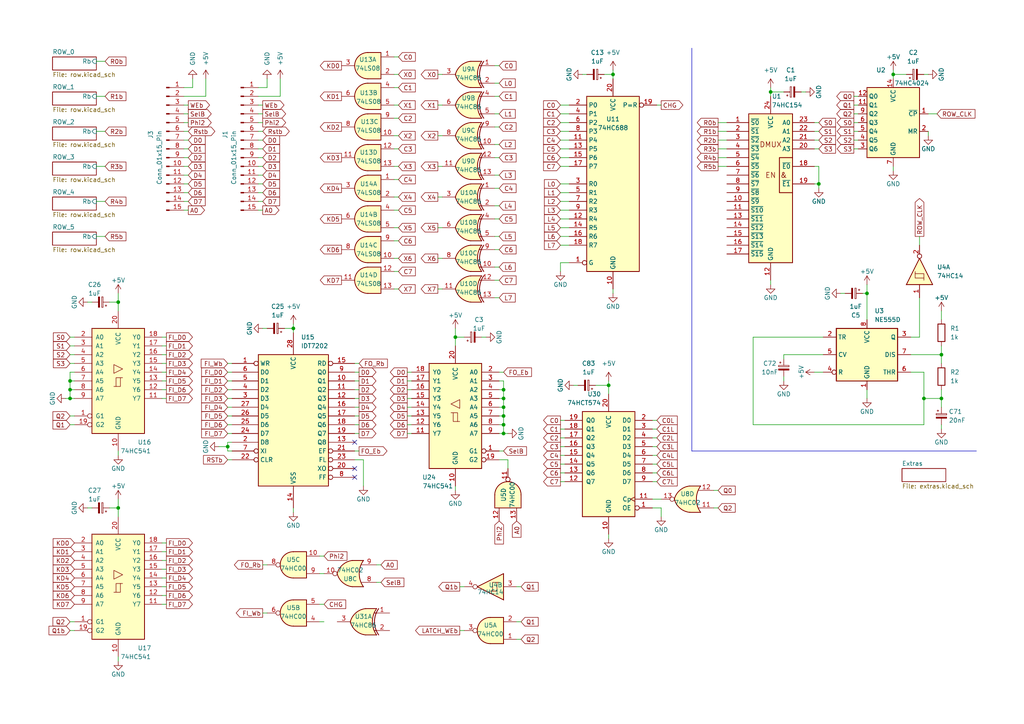
<source format=kicad_sch>
(kicad_sch (version 20231120) (generator "eeschema") (generator_version "8.0")
  (paper "A4")
  (junction (at 223.52 26.67))
  (junction (at 20.32 113.03))
  (junction (at 273.05 102.87))
  (junction (at 85.09 95.25))
  (junction (at 237.49 53.34))
  (junction (at 273.05 115.57))
  (junction (at 146.05 113.03))
  (junction (at 132.08 97.79))
  (junction (at 267.97 115.57))
  (junction (at 176.53 111.76))
  (junction (at 20.32 115.57))
  (junction (at 177.8 21.59))
  (junction (at 34.29 87.63))
  (junction (at 146.05 118.11))
  (junction (at 146.05 120.65))
  (junction (at 20.32 110.49))
  (junction (at 146.05 115.57))
  (junction (at 146.05 123.19))
  (junction (at 259.08 21.59))
  (junction (at 146.05 125.73))
  (junction (at 34.29 147.32))
  (junction (at 66.04 129.54))
  (junction (at 251.46 85.09))
  (no_connect (at 102.87 135.89))
  (no_connect (at 102.87 138.43))
  (no_connect (at 102.87 128.27))
  (wire (pts (xy 31.75 87.63) (xy 34.29 87.63)))
  (wire (pts (xy 66.04 110.49) (xy 67.31 110.49)))
  (wire (pts (xy 190.5 127) (xy 189.23 127)))
  (wire (pts (xy 118.11 110.49) (xy 119.38 110.49)))
  (wire (pts (xy 144.78 33.02) (xy 143.51 33.02)))
  (wire (pts (xy 76.2 40.64) (xy 74.93 40.64)))
  (wire (pts (xy 251.46 115.57) (xy 251.46 113.03)))
  (wire (pts (xy 66.04 113.03) (xy 67.31 113.03)))
  (wire (pts (xy 146.05 113.03) (xy 144.78 113.03)))
  (wire (pts (xy 115.57 66.04) (xy 114.3 66.04)))
  (wire (pts (xy 76.2 35.56) (xy 74.93 35.56)))
  (wire (pts (xy 162.56 48.26) (xy 165.1 48.26)))
  (wire (pts (xy 76.2 95.25) (xy 77.47 95.25)))
  (wire (pts (xy 147.32 133.35) (xy 144.78 133.35)))
  (wire (pts (xy 162.56 58.42) (xy 165.1 58.42)))
  (wire (pts (xy 54.61 58.42) (xy 53.34 58.42)))
  (wire (pts (xy 151.13 180.34) (xy 149.86 180.34)))
  (wire (pts (xy 102.87 133.35) (xy 105.41 133.35)))
  (wire (pts (xy 146.05 110.49) (xy 146.05 113.03)))
  (wire (pts (xy 273.05 90.17) (xy 273.05 92.71)))
  (wire (pts (xy 105.41 133.35) (xy 105.41 140.97)))
  (wire (pts (xy 127 21.59) (xy 128.27 21.59)))
  (wire (pts (xy 104.14 118.11) (xy 102.87 118.11)))
  (wire (pts (xy 53.34 27.94) (xy 59.69 27.94)))
  (wire (pts (xy 66.04 105.41) (xy 67.31 105.41)))
  (wire (pts (xy 74.93 27.94) (xy 81.28 27.94)))
  (wire (pts (xy 266.7 68.58) (xy 266.7 71.12)))
  (wire (pts (xy 25.4 87.63) (xy 26.67 87.63)))
  (wire (pts (xy 259.08 21.59) (xy 259.08 22.86)))
  (wire (pts (xy 104.14 125.73) (xy 102.87 125.73)))
  (wire (pts (xy 54.61 45.72) (xy 53.34 45.72)))
  (wire (pts (xy 76.2 43.18) (xy 74.93 43.18)))
  (wire (pts (xy 162.56 124.46) (xy 163.83 124.46)))
  (wire (pts (xy 76.2 55.88) (xy 74.93 55.88)))
  (wire (pts (xy 66.04 133.35) (xy 67.31 133.35)))
  (wire (pts (xy 104.14 113.03) (xy 102.87 113.03)))
  (wire (pts (xy 21.59 115.57) (xy 20.32 115.57)))
  (wire (pts (xy 144.78 41.91) (xy 143.51 41.91)))
  (wire (pts (xy 132.08 95.25) (xy 132.08 97.79)))
  (wire (pts (xy 208.28 45.72) (xy 210.82 45.72)))
  (wire (pts (xy 191.77 144.78) (xy 189.23 144.78)))
  (wire (pts (xy 115.57 57.15) (xy 114.3 57.15)))
  (wire (pts (xy 132.08 97.79) (xy 132.08 100.33)))
  (wire (pts (xy 55.88 22.86) (xy 55.88 25.4)))
  (wire (pts (xy 27.94 27.94) (xy 30.48 27.94)))
  (wire (pts (xy 162.56 43.18) (xy 165.1 43.18)))
  (wire (pts (xy 208.28 147.32) (xy 207.01 147.32)))
  (wire (pts (xy 190.5 132.08) (xy 189.23 132.08)))
  (wire (pts (xy 48.26 172.72) (xy 46.99 172.72)))
  (wire (pts (xy 147.32 135.89) (xy 147.32 133.35)))
  (wire (pts (xy 237.49 43.18) (xy 236.22 43.18)))
  (wire (pts (xy 115.57 21.59) (xy 114.3 21.59)))
  (wire (pts (xy 146.05 125.73) (xy 147.32 125.73)))
  (wire (pts (xy 273.05 100.33) (xy 273.05 102.87)))
  (wire (pts (xy 127 74.93) (xy 128.27 74.93)))
  (wire (pts (xy 118.11 123.19) (xy 119.38 123.19)))
  (wire (pts (xy 20.32 102.87) (xy 21.59 102.87)))
  (wire (pts (xy 115.57 34.29) (xy 114.3 34.29)))
  (wire (pts (xy 66.04 123.19) (xy 67.31 123.19)))
  (wire (pts (xy 227.33 110.49) (xy 227.33 109.22)))
  (wire (pts (xy 146.05 110.49) (xy 144.78 110.49)))
  (wire (pts (xy 115.57 39.37) (xy 114.3 39.37)))
  (wire (pts (xy 34.29 132.08) (xy 34.29 130.81)))
  (wire (pts (xy 20.32 180.34) (xy 21.59 180.34)))
  (wire (pts (xy 237.49 35.56) (xy 236.22 35.56)))
  (wire (pts (xy 115.57 83.82) (xy 114.3 83.82)))
  (wire (pts (xy 34.29 144.78) (xy 34.29 147.32)))
  (wire (pts (xy 162.56 40.64) (xy 165.1 40.64)))
  (wire (pts (xy 104.14 107.95) (xy 102.87 107.95)))
  (wire (pts (xy 223.52 26.67) (xy 223.52 27.94)))
  (wire (pts (xy 247.65 43.18) (xy 248.92 43.18)))
  (wire (pts (xy 20.32 110.49) (xy 20.32 113.03)))
  (wire (pts (xy 67.31 130.81) (xy 66.04 130.81)))
  (wire (pts (xy 127 39.37) (xy 128.27 39.37)))
  (wire (pts (xy 162.56 45.72) (xy 165.1 45.72)))
  (wire (pts (xy 162.56 76.2) (xy 162.56 78.74)))
  (wire (pts (xy 118.11 115.57) (xy 119.38 115.57)))
  (wire (pts (xy 267.97 123.19) (xy 267.97 115.57)))
  (wire (pts (xy 191.77 149.86) (xy 191.77 147.32)))
  (wire (pts (xy 20.32 97.79) (xy 21.59 97.79)))
  (wire (pts (xy 93.98 166.37) (xy 92.71 166.37)))
  (wire (pts (xy 66.04 129.54) (xy 66.04 128.27)))
  (wire (pts (xy 48.26 113.03) (xy 46.99 113.03)))
  (wire (pts (xy 48.26 167.64) (xy 46.99 167.64)))
  (wire (pts (xy 162.56 121.92) (xy 163.83 121.92)))
  (wire (pts (xy 146.05 130.81) (xy 144.78 130.81)))
  (wire (pts (xy 76.2 50.8) (xy 74.93 50.8)))
  (wire (pts (xy 59.69 22.86) (xy 59.69 27.94)))
  (wire (pts (xy 48.26 165.1) (xy 46.99 165.1)))
  (wire (pts (xy 127 83.82) (xy 128.27 83.82)))
  (wire (pts (xy 102.87 130.81) (xy 104.14 130.81)))
  (wire (pts (xy 54.61 43.18) (xy 53.34 43.18)))
  (wire (pts (xy 48.26 102.87) (xy 46.99 102.87)))
  (wire (pts (xy 162.56 127) (xy 163.83 127)))
  (wire (pts (xy 237.49 38.1) (xy 236.22 38.1)))
  (wire (pts (xy 223.52 25.4) (xy 223.52 26.67)))
  (wire (pts (xy 146.05 120.65) (xy 144.78 120.65)))
  (wire (pts (xy 76.2 58.42) (xy 74.93 58.42)))
  (wire (pts (xy 251.46 85.09) (xy 251.46 92.71)))
  (wire (pts (xy 162.56 66.04) (xy 165.1 66.04)))
  (wire (pts (xy 162.56 134.62) (xy 163.83 134.62)))
  (wire (pts (xy 27.94 68.58) (xy 30.48 68.58)))
  (wire (pts (xy 34.29 147.32) (xy 34.29 149.86)))
  (wire (pts (xy 144.78 54.61) (xy 143.51 54.61)))
  (wire (pts (xy 144.78 27.94) (xy 143.51 27.94)))
  (wire (pts (xy 247.65 35.56) (xy 248.92 35.56)))
  (wire (pts (xy 66.04 107.95) (xy 67.31 107.95)))
  (wire (pts (xy 162.56 35.56) (xy 165.1 35.56)))
  (wire (pts (xy 162.56 129.54) (xy 163.83 129.54)))
  (wire (pts (xy 104.14 120.65) (xy 102.87 120.65)))
  (wire (pts (xy 118.11 125.73) (xy 119.38 125.73)))
  (wire (pts (xy 85.09 93.98) (xy 85.09 95.25)))
  (wire (pts (xy 177.8 20.32) (xy 177.8 21.59)))
  (wire (pts (xy 27.94 48.26) (xy 30.48 48.26)))
  (wire (pts (xy 48.26 162.56) (xy 46.99 162.56)))
  (wire (pts (xy 34.29 191.77) (xy 34.29 190.5)))
  (polyline (pts (xy 200.66 13.97) (xy 200.66 130.81)))
  (wire (pts (xy 66.04 129.54) (xy 63.5 129.54)))
  (wire (pts (xy 162.56 63.5) (xy 165.1 63.5)))
  (wire (pts (xy 67.31 128.27) (xy 66.04 128.27)))
  (wire (pts (xy 208.28 43.18) (xy 210.82 43.18)))
  (wire (pts (xy 144.78 68.58) (xy 143.51 68.58)))
  (wire (pts (xy 175.26 21.59) (xy 177.8 21.59)))
  (wire (pts (xy 264.16 97.79) (xy 266.7 97.79)))
  (wire (pts (xy 162.56 68.58) (xy 165.1 68.58)))
  (wire (pts (xy 76.2 48.26) (xy 74.93 48.26)))
  (wire (pts (xy 162.56 71.12) (xy 165.1 71.12)))
  (wire (pts (xy 54.61 48.26) (xy 53.34 48.26)))
  (wire (pts (xy 248.92 33.02) (xy 247.65 33.02)))
  (wire (pts (xy 177.8 21.59) (xy 177.8 22.86)))
  (wire (pts (xy 48.26 97.79) (xy 46.99 97.79)))
  (wire (pts (xy 76.2 30.48) (xy 74.93 30.48)))
  (wire (pts (xy 162.56 30.48) (xy 165.1 30.48)))
  (wire (pts (xy 146.05 115.57) (xy 144.78 115.57)))
  (wire (pts (xy 21.59 113.03) (xy 20.32 113.03)))
  (wire (pts (xy 115.57 69.85) (xy 114.3 69.85)))
  (wire (pts (xy 66.04 120.65) (xy 67.31 120.65)))
  (wire (pts (xy 177.8 85.09) (xy 177.8 83.82)))
  (wire (pts (xy 133.35 182.88) (xy 134.62 182.88)))
  (wire (pts (xy 273.05 124.46) (xy 273.05 123.19)))
  (wire (pts (xy 115.57 43.18) (xy 114.3 43.18)))
  (wire (pts (xy 115.57 78.74) (xy 114.3 78.74)))
  (wire (pts (xy 54.61 60.96) (xy 53.34 60.96)))
  (wire (pts (xy 144.78 19.05) (xy 143.51 19.05)))
  (wire (pts (xy 20.32 182.88) (xy 21.59 182.88)))
  (wire (pts (xy 273.05 105.41) (xy 273.05 102.87)))
  (wire (pts (xy 77.47 22.86) (xy 77.47 25.4)))
  (wire (pts (xy 76.2 33.02) (xy 74.93 33.02)))
  (wire (pts (xy 236.22 107.95) (xy 238.76 107.95)))
  (wire (pts (xy 227.33 102.87) (xy 238.76 102.87)))
  (wire (pts (xy 20.32 115.57) (xy 19.05 115.57)))
  (wire (pts (xy 266.7 86.36) (xy 266.7 97.79)))
  (wire (pts (xy 54.61 50.8) (xy 53.34 50.8)))
  (wire (pts (xy 144.78 86.36) (xy 143.51 86.36)))
  (wire (pts (xy 237.49 48.26) (xy 237.49 53.34)))
  (wire (pts (xy 34.29 85.09) (xy 34.29 87.63)))
  (wire (pts (xy 144.78 24.13) (xy 143.51 24.13)))
  (wire (pts (xy 237.49 53.34) (xy 236.22 53.34)))
  (wire (pts (xy 54.61 38.1) (xy 53.34 38.1)))
  (wire (pts (xy 115.57 30.48) (xy 114.3 30.48)))
  (wire (pts (xy 251.46 82.55) (xy 251.46 85.09)))
  (wire (pts (xy 208.28 35.56) (xy 210.82 35.56)))
  (wire (pts (xy 54.61 30.48) (xy 53.34 30.48)))
  (wire (pts (xy 27.94 38.1) (xy 30.48 38.1)))
  (wire (pts (xy 66.04 125.73) (xy 67.31 125.73)))
  (wire (pts (xy 74.93 25.4) (xy 77.47 25.4)))
  (wire (pts (xy 48.26 110.49) (xy 46.99 110.49)))
  (wire (pts (xy 115.57 52.07) (xy 114.3 52.07)))
  (wire (pts (xy 115.57 25.4) (xy 114.3 25.4)))
  (wire (pts (xy 76.2 45.72) (xy 74.93 45.72)))
  (wire (pts (xy 127 48.26) (xy 128.27 48.26)))
  (wire (pts (xy 176.53 156.21) (xy 176.53 154.94)))
  (wire (pts (xy 191.77 30.48) (xy 190.5 30.48)))
  (wire (pts (xy 247.65 38.1) (xy 248.92 38.1)))
  (wire (pts (xy 93.98 161.29) (xy 92.71 161.29)))
  (wire (pts (xy 27.94 17.78) (xy 30.48 17.78)))
  (wire (pts (xy 104.14 110.49) (xy 102.87 110.49)))
  (wire (pts (xy 20.32 107.95) (xy 20.32 110.49)))
  (wire (pts (xy 190.5 124.46) (xy 189.23 124.46)))
  (wire (pts (xy 76.2 38.1) (xy 74.93 38.1)))
  (wire (pts (xy 134.62 97.79) (xy 132.08 97.79)))
  (wire (pts (xy 53.34 25.4) (xy 55.88 25.4)))
  (wire (pts (xy 227.33 102.87) (xy 227.33 104.14)))
  (wire (pts (xy 54.61 35.56) (xy 53.34 35.56)))
  (wire (pts (xy 127 57.15) (xy 128.27 57.15)))
  (wire (pts (xy 264.16 107.95) (xy 267.97 107.95)))
  (wire (pts (xy 162.56 53.34) (xy 165.1 53.34)))
  (wire (pts (xy 190.5 129.54) (xy 189.23 129.54)))
  (wire (pts (xy 25.4 147.32) (xy 26.67 147.32)))
  (wire (pts (xy 269.24 21.59) (xy 267.97 21.59)))
  (wire (pts (xy 21.59 110.49) (xy 20.32 110.49)))
  (wire (pts (xy 233.68 26.67) (xy 232.41 26.67)))
  (wire (pts (xy 168.91 21.59) (xy 170.18 21.59)))
  (wire (pts (xy 162.56 132.08) (xy 163.83 132.08)))
  (wire (pts (xy 76.2 53.34) (xy 74.93 53.34)))
  (wire (pts (xy 250.19 85.09) (xy 251.46 85.09)))
  (wire (pts (xy 162.56 38.1) (xy 165.1 38.1)))
  (wire (pts (xy 48.26 105.41) (xy 46.99 105.41)))
  (wire (pts (xy 54.61 53.34) (xy 53.34 53.34)))
  (wire (pts (xy 20.32 100.33) (xy 21.59 100.33)))
  (wire (pts (xy 176.53 110.49) (xy 176.53 111.76)))
  (wire (pts (xy 208.28 40.64) (xy 210.82 40.64)))
  (wire (pts (xy 76.2 163.83) (xy 77.47 163.83)))
  (wire (pts (xy 237.49 48.26) (xy 236.22 48.26)))
  (wire (pts (xy 48.26 115.57) (xy 46.99 115.57)))
  (wire (pts (xy 115.57 74.93) (xy 114.3 74.93)))
  (wire (pts (xy 66.04 118.11) (xy 67.31 118.11)))
  (wire (pts (xy 21.59 105.41) (xy 20.32 105.41)))
  (wire (pts (xy 144.78 63.5) (xy 143.51 63.5)))
  (wire (pts (xy 115.57 48.26) (xy 114.3 48.26)))
  (wire (pts (xy 133.35 170.18) (xy 134.62 170.18)))
  (wire (pts (xy 243.84 85.09) (xy 245.11 85.09)))
  (wire (pts (xy 48.26 175.26) (xy 46.99 175.26)))
  (wire (pts (xy 208.28 48.26) (xy 210.82 48.26)))
  (wire (pts (xy 118.11 113.03) (xy 119.38 113.03)))
  (wire (pts (xy 127 66.04) (xy 128.27 66.04)))
  (wire (pts (xy 115.57 16.51) (xy 114.3 16.51)))
  (wire (pts (xy 208.28 38.1) (xy 210.82 38.1)))
  (wire (pts (xy 146.05 113.03) (xy 146.05 115.57)))
  (wire (pts (xy 132.08 142.24) (xy 132.08 140.97)))
  (wire (pts (xy 146.05 123.19) (xy 144.78 123.19)))
  (wire (pts (xy 264.16 102.87) (xy 273.05 102.87)))
  (wire (pts (xy 259.08 49.53) (xy 259.08 48.26)))
  (wire (pts (xy 269.24 33.02) (xy 271.78 33.02)))
  (wire (pts (xy 146.05 115.57) (xy 146.05 118.11)))
  (polyline (pts (xy 200.66 130.81) (xy 283.21 130.81)))
  (wire (pts (xy 144.78 125.73) (xy 146.05 125.73)))
  (wire (pts (xy 144.78 72.39) (xy 143.51 72.39)))
  (wire (pts (xy 140.97 97.79) (xy 139.7 97.79)))
  (wire (pts (xy 20.32 123.19) (xy 21.59 123.19)))
  (wire (pts (xy 92.71 180.34) (xy 93.98 180.34)))
  (wire (pts (xy 262.89 21.59) (xy 259.08 21.59)))
  (wire (pts (xy 223.52 82.55) (xy 223.52 81.28)))
  (wire (pts (xy 162.56 60.96) (xy 165.1 60.96)))
  (wire (pts (xy 146.05 107.95) (xy 144.78 107.95)))
  (wire (pts (xy 144.78 59.69) (xy 143.51 59.69)))
  (wire (pts (xy 162.56 139.7) (xy 163.83 139.7)))
  (wire (pts (xy 110.49 163.83) (xy 109.22 163.83)))
  (wire (pts (xy 208.28 142.24) (xy 207.01 142.24)))
  (wire (pts (xy 66.04 115.57) (xy 67.31 115.57)))
  (wire (pts (xy 144.78 81.28) (xy 143.51 81.28)))
  (wire (pts (xy 127 30.48) (xy 128.27 30.48)))
  (wire (pts (xy 162.56 55.88) (xy 165.1 55.88)))
  (wire (pts (xy 54.61 40.64) (xy 53.34 40.64)))
  (wire (pts (xy 223.52 26.67) (xy 227.33 26.67)))
  (wire (pts (xy 190.5 121.92) (xy 189.23 121.92)))
  (wire (pts (xy 76.2 177.8) (xy 77.47 177.8)))
  (wire (pts (xy 218.44 123.19) (xy 267.97 123.19)))
  (wire (pts (xy 162.56 76.2) (xy 165.1 76.2)))
  (wire (pts (xy 54.61 55.88) (xy 53.34 55.88)))
  (wire (pts (xy 162.56 137.16) (xy 163.83 137.16)))
  (wire (pts (xy 81.28 22.86) (xy 81.28 27.94)))
  (wire (pts (xy 146.05 120.65) (xy 146.05 123.19)))
  (wire (pts (xy 151.13 170.18) (xy 149.86 170.18)))
  (wire (pts (xy 48.26 157.48) (xy 46.99 157.48)))
  (wire (pts (xy 237.49 40.64) (xy 236.22 40.64)))
  (wire (pts (xy 104.14 105.41) (xy 102.87 105.41)))
  (wire (pts (xy 118.11 118.11) (xy 119.38 118.11)))
  (wire (pts (xy 27.94 58.42) (xy 30.48 58.42)))
  (wire (pts (xy 31.75 147.32) (xy 34.29 147.32)))
  (wire (pts (xy 162.56 33.02) (xy 165.1 33.02)))
  (wire (pts (xy 218.44 97.79) (xy 218.44 123.19)))
  (wire (pts (xy 54.61 33.02) (xy 53.34 33.02)))
  (wire (pts (xy 146.05 118.11) (xy 146.05 120.65)))
  (wire (pts (xy 259.08 20.32) (xy 259.08 21.59)))
  (wire (pts (xy 146.05 123.19) (xy 146.05 125.73)))
  (wire (pts (xy 190.5 137.16) (xy 189.23 137.16)))
  (wire (pts (xy 191.77 147.32) (xy 189.23 147.32)))
  (wire (pts (xy 146.05 118.11) (xy 144.78 118.11)))
  (wire (pts (xy 166.37 111.76) (xy 167.64 111.76)))
  (wire (pts (xy 104.14 123.19) (xy 102.87 123.19)))
  (wire (pts (xy 82.55 95.25) (xy 85.09 95.25)))
  (wire (pts (xy 20.32 120.65) (xy 21.59 120.65)))
  (wire (pts (xy 104.14 115.57) (xy 102.87 115.57)))
  (wire (pts (xy 176.53 111.76) (xy 172.72 111.76)))
  (wire (pts (xy 247.65 30.48) (xy 248.92 30.48)))
  (wire (pts (xy 66.04 130.81) (xy 66.04 129.54)))
  (wire (pts (xy 110.49 168.91) (xy 109.22 168.91)))
  (wire (pts (xy 76.2 60.96) (xy 74.93 60.96)))
  (wire (pts (xy 267.97 107.95) (xy 267.97 115.57)))
  (wire (pts (xy 21.59 107.95) (xy 20.32 107.95)))
  (wire (pts (xy 118.11 107.95) (xy 119.38 107.95)))
  (wire (pts (xy 144.78 45.72) (xy 143.51 45.72)))
  (wire (pts (xy 247.65 27.94) (xy 248.92 27.94)))
  (wire (pts (xy 48.26 107.95) (xy 46.99 107.95)))
  (wire (pts (xy 85.09 95.25) (xy 85.09 96.52)))
  (wire (pts (xy 218.44 97.79) (xy 238.76 97.79)))
  (wire (pts (xy 48.26 160.02) (xy 46.99 160.02)))
  (wire (pts (xy 267.97 115.57) (xy 273.05 115.57)))
  (wire (pts (xy 144.78 36.83) (xy 143.51 36.83)))
  (wire (pts (xy 93.98 175.26) (xy 92.71 175.26)))
  (wire (pts (xy 190.5 139.7) (xy 189.23 139.7)))
  (wire (pts (xy 144.78 77.47) (xy 143.51 77.47)))
  (wire (pts (xy 20.32 113.03) (xy 20.32 115.57)))
  (wire (pts (xy 273.05 113.03) (xy 273.05 115.57)))
  (wire (pts (xy 269.24 38.1) (xy 269.24 39.37)))
  (wire (pts (xy 48.26 170.18) (xy 46.99 170.18)))
  (wire (pts (xy 115.57 60.96) (xy 114.3 60.96)))
  (wire (pts (xy 190.5 134.62) (xy 189.23 134.62)))
  (wire (pts (xy 85.09 148.59) (xy 85.09 147.32)))
  (wire (pts (xy 273.05 118.11) (xy 273.05 115.57)))
  (wire (pts (xy 237.49 54.61) (xy 237.49 53.34)))
  (wire (pts (xy 34.29 87.63) (xy 34.29 90.17)))
  (wire (pts (xy 118.11 120.65) (xy 119.38 120.65)))
  (wire (pts (xy 144.78 50.8) (xy 143.51 50.8)))
  (wire (pts (xy 48.26 100.33) (xy 46.99 100.33)))
  (wire (pts (xy 151.13 185.42) (xy 149.86 185.42)))
  (wire (pts (xy 247.65 40.64) (xy 248.92 40.64)))
  (wire (pts (xy 176.53 111.76) (xy 176.53 114.3)))
  (global_label "D3" (shape output) (at 104.14 115.57 0) (property "Intersheetrefs" "${INTERSHEET_REFS}" (effects (hide yes))))
  (global_label "D5" (shape input) (at 54.61 53.34 0) (property "Intersheetrefs" "${INTERSHEET_REFS}" (effects (hide yes))))
  (global_label "A0" (shape input) (at 110.49 163.83 0) (property "Intersheetrefs" "${INTERSHEET_REFS}" (effects (hide yes))))
  (global_label "KD1" (shape output) (at 99.06 27.94 180) (property "Intersheetrefs" "${INTERSHEET_REFS}" (effects (hide yes))))
  (global_label "ROW_CLK" (shape input) (at 271.78 33.02 0) (property "Intersheetrefs" "${INTERSHEET_REFS}" (effects (hide yes))))
  (global_label "WEb" (shape output) (at 54.61 30.48 0) (property "Intersheetrefs" "${INTERSHEET_REFS}" (effects (hide yes))))
  (global_label "KD0" (shape input) (at 21.59 157.48 180) (property "Intersheetrefs" "${INTERSHEET_REFS}" (effects (hide yes))))
  (global_label "FI_Wb" (shape input) (at 66.04 105.41 180) (property "Intersheetrefs" "${INTERSHEET_REFS}" (effects (hide yes))))
  (global_label "R5b" (shape output) (at 208.28 48.26 180) (property "Intersheetrefs" "${INTERSHEET_REFS}" (effects (hide yes))))
  (global_label "R4b" (shape input) (at 30.48 58.42 0) (property "Intersheetrefs" "${INTERSHEET_REFS}" (effects (hide yes))))
  (global_label "SelB" (shape input) (at 110.49 168.91 0) (property "Intersheetrefs" "${INTERSHEET_REFS}" (effects (hide yes))))
  (global_label "C5" (shape output) (at 162.56 134.62 180) (property "Intersheetrefs" "${INTERSHEET_REFS}" (effects (hide yes))))
  (global_label "C5" (shape input) (at 162.56 43.18 180) (property "Intersheetrefs" "${INTERSHEET_REFS}" (effects (hide yes))))
  (global_label "X3" (shape input) (at 115.57 48.26 0) (property "Intersheetrefs" "${INTERSHEET_REFS}" (effects (hide yes))))
  (global_label "X4" (shape output) (at 127 57.15 180) (property "Intersheetrefs" "${INTERSHEET_REFS}" (effects (hide yes))))
  (global_label "C4L" (shape input) (at 190.5 132.08 0) (property "Intersheetrefs" "${INTERSHEET_REFS}" (effects (hide yes))))
  (global_label "FI_D1" (shape output) (at 48.26 160.02 0) (property "Intersheetrefs" "${INTERSHEET_REFS}" (effects (hide yes))))
  (global_label "SelB" (shape input) (at 146.05 130.81 0) (property "Intersheetrefs" "${INTERSHEET_REFS}" (effects (hide yes))))
  (global_label "FI_D4" (shape output) (at 48.26 167.64 0) (property "Intersheetrefs" "${INTERSHEET_REFS}" (effects (hide yes))))
  (global_label "D3" (shape input) (at 76.2 48.26 0) (property "Intersheetrefs" "${INTERSHEET_REFS}" (effects (hide yes))))
  (global_label "L5" (shape input) (at 144.78 68.58 0) (property "Intersheetrefs" "${INTERSHEET_REFS}" (effects (hide yes))))
  (global_label "FO_Eb" (shape input) (at 146.05 107.95 0) (property "Intersheetrefs" "${INTERSHEET_REFS}" (effects (hide yes))))
  (global_label "R2b" (shape input) (at 30.48 38.1 0) (property "Intersheetrefs" "${INTERSHEET_REFS}" (effects (hide yes))))
  (global_label "C1L" (shape input) (at 190.5 124.46 0) (property "Intersheetrefs" "${INTERSHEET_REFS}" (effects (hide yes))))
  (global_label "Q1" (shape input) (at 20.32 123.19 180) (property "Intersheetrefs" "${INTERSHEET_REFS}" (effects (hide yes))))
  (global_label "WEb" (shape output) (at 76.2 30.48 0) (property "Intersheetrefs" "${INTERSHEET_REFS}" (effects (hide yes))))
  (global_label "X5" (shape input) (at 115.57 66.04 0) (property "Intersheetrefs" "${INTERSHEET_REFS}" (effects (hide yes))))
  (global_label "C7" (shape input) (at 144.78 81.28 0) (property "Intersheetrefs" "${INTERSHEET_REFS}" (effects (hide yes))))
  (global_label "D1" (shape output) (at 118.11 110.49 180) (property "Intersheetrefs" "${INTERSHEET_REFS}" (effects (hide yes))))
  (global_label "R3b" (shape input) (at 30.48 48.26 0) (property "Intersheetrefs" "${INTERSHEET_REFS}" (effects (hide yes))))
  (global_label "D0" (shape input) (at 76.2 40.64 0) (property "Intersheetrefs" "${INTERSHEET_REFS}" (effects (hide yes))))
  (global_label "X6" (shape output) (at 127 74.93 180) (property "Intersheetrefs" "${INTERSHEET_REFS}" (effects (hide yes))))
  (global_label "KD0" (shape output) (at 99.06 19.05 180) (property "Intersheetrefs" "${INTERSHEET_REFS}" (effects (hide yes))))
  (global_label "CHG" (shape input) (at 93.98 175.26 0) (property "Intersheetrefs" "${INTERSHEET_REFS}" (effects (hide yes))))
  (global_label "L2" (shape input) (at 144.78 41.91 0) (property "Intersheetrefs" "${INTERSHEET_REFS}" (effects (hide yes))))
  (global_label "L3" (shape input) (at 144.78 50.8 0) (property "Intersheetrefs" "${INTERSHEET_REFS}" (effects (hide yes))))
  (global_label "A0" (shape input) (at 149.86 151.13 270) (property "Intersheetrefs" "${INTERSHEET_REFS}" (effects (hide yes))))
  (global_label "S1" (shape output) (at 247.65 38.1 180) (property "Intersheetrefs" "${INTERSHEET_REFS}" (effects (hide yes))))
  (global_label "C2" (shape input) (at 115.57 34.29 0) (property "Intersheetrefs" "${INTERSHEET_REFS}" (effects (hide yes))))
  (global_label "KD6" (shape input) (at 21.59 172.72 180) (property "Intersheetrefs" "${INTERSHEET_REFS}" (effects (hide yes))))
  (global_label "C7" (shape output) (at 162.56 139.7 180) (property "Intersheetrefs" "${INTERSHEET_REFS}" (effects (hide yes))))
  (global_label "Q1" (shape output) (at 247.65 30.48 180) (property "Intersheetrefs" "${INTERSHEET_REFS}" (effects (hide yes))))
  (global_label "R0b" (shape output) (at 208.28 35.56 180) (property "Intersheetrefs" "${INTERSHEET_REFS}" (effects (hide yes))))
  (global_label "FI_D3" (shape input) (at 66.04 115.57 180) (property "Intersheetrefs" "${INTERSHEET_REFS}" (effects (hide yes))))
  (global_label "L7" (shape input) (at 144.78 86.36 0) (property "Intersheetrefs" "${INTERSHEET_REFS}" (effects (hide yes))))
  (global_label "D2" (shape input) (at 54.61 45.72 0) (property "Intersheetrefs" "${INTERSHEET_REFS}" (effects (hide yes))))
  (global_label "D6" (shape output) (at 104.14 123.19 0) (property "Intersheetrefs" "${INTERSHEET_REFS}" (effects (hide yes))))
  (global_label "C5" (shape input) (at 144.78 63.5 0) (property "Intersheetrefs" "${INTERSHEET_REFS}" (effects (hide yes))))
  (global_label "FI_D6" (shape input) (at 66.04 123.19 180) (property "Intersheetrefs" "${INTERSHEET_REFS}" (effects (hide yes))))
  (global_label "L2" (shape input) (at 162.56 58.42 180) (property "Intersheetrefs" "${INTERSHEET_REFS}" (effects (hide yes))))
  (global_label "S3" (shape input) (at 237.49 43.18 0) (property "Intersheetrefs" "${INTERSHEET_REFS}" (effects (hide yes))))
  (global_label "C3" (shape input) (at 115.57 43.18 0) (property "Intersheetrefs" "${INTERSHEET_REFS}" (effects (hide yes))))
  (global_label "C3L" (shape input) (at 190.5 129.54 0) (property "Intersheetrefs" "${INTERSHEET_REFS}" (effects (hide yes))))
  (global_label "Phi2" (shape output) (at 54.61 35.56 0) (property "Intersheetrefs" "${INTERSHEET_REFS}" (effects (hide yes))))
  (global_label "L1" (shape input) (at 144.78 33.02 0) (property "Intersheetrefs" "${INTERSHEET_REFS}" (effects (hide yes))))
  (global_label "KD7" (shape output) (at 99.06 81.28 180) (property "Intersheetrefs" "${INTERSHEET_REFS}" (effects (hide yes))))
  (global_label "D6" (shape output) (at 118.11 123.19 180) (property "Intersheetrefs" "${INTERSHEET_REFS}" (effects (hide yes))))
  (global_label "S0" (shape output) (at 247.65 35.56 180) (property "Intersheetrefs" "${INTERSHEET_REFS}" (effects (hide yes))))
  (global_label "FI_D7" (shape output) (at 48.26 115.57 0) (property "Intersheetrefs" "${INTERSHEET_REFS}" (effects (hide yes))))
  (global_label "D5" (shape output) (at 118.11 120.65 180) (property "Intersheetrefs" "${INTERSHEET_REFS}" (effects (hide yes))))
  (global_label "C1" (shape output) (at 162.56 124.46 180) (property "Intersheetrefs" "${INTERSHEET_REFS}" (effects (hide yes))))
  (global_label "R2b" (shape output) (at 208.28 40.64 180) (property "Intersheetrefs" "${INTERSHEET_REFS}" (effects (hide yes))))
  (global_label "S3" (shape input) (at 20.32 105.41 180) (property "Intersheetrefs" "${INTERSHEET_REFS}" (effects (hide yes))))
  (global_label "C4" (shape input) (at 115.57 52.07 0) (property "Intersheetrefs" "${INTERSHEET_REFS}" (effects (hide yes))))
  (global_label "D1" (shape input) (at 76.2 43.18 0) (property "Intersheetrefs" "${INTERSHEET_REFS}" (effects (hide yes))))
  (global_label "X3" (shape output) (at 127 48.26 180) (property "Intersheetrefs" "${INTERSHEET_REFS}" (effects (hide yes))))
  (global_label "X1" (shape output) (at 127 30.48 180) (property "Intersheetrefs" "${INTERSHEET_REFS}" (effects (hide yes))))
  (global_label "D2" (shape output) (at 118.11 113.03 180) (property "Intersheetrefs" "${INTERSHEET_REFS}" (effects (hide yes))))
  (global_label "C6" (shape input) (at 144.78 72.39 0) (property "Intersheetrefs" "${INTERSHEET_REFS}" (effects (hide yes))))
  (global_label "C3" (shape input) (at 144.78 45.72 0) (property "Intersheetrefs" "${INTERSHEET_REFS}" (effects (hide yes))))
  (global_label "X4" (shape input) (at 115.57 57.15 0) (property "Intersheetrefs" "${INTERSHEET_REFS}" (effects (hide yes))))
  (global_label "C7L" (shape input) (at 190.5 139.7 0) (property "Intersheetrefs" "${INTERSHEET_REFS}" (effects (hide yes))))
  (global_label "D1" (shape output) (at 104.14 110.49 0) (property "Intersheetrefs" "${INTERSHEET_REFS}" (effects (hide yes))))
  (global_label "C2" (shape input) (at 144.78 36.83 0) (property "Intersheetrefs" "${INTERSHEET_REFS}" (effects (hide yes))))
  (global_label "Phi2" (shape input) (at 144.78 151.13 270) (property "Intersheetrefs" "${INTERSHEET_REFS}" (effects (hide yes))))
  (global_label "X0" (shape input) (at 115.57 21.59 0) (property "Intersheetrefs" "${INTERSHEET_REFS}" (effects (hide yes))))
  (global_label "D7" (shape input) (at 76.2 58.42 0) (property "Intersheetrefs" "${INTERSHEET_REFS}" (effects (hide yes))))
  (global_label "D4" (shape input) (at 54.61 50.8 0) (property "Intersheetrefs" "${INTERSHEET_REFS}" (effects (hide yes))))
  (global_label "FI_D3" (shape output) (at 48.26 105.41 0) (property "Intersheetrefs" "${INTERSHEET_REFS}" (effects (hide yes))))
  (global_label "X5" (shape output) (at 127 66.04 180) (property "Intersheetrefs" "${INTERSHEET_REFS}" (effects (hide yes))))
  (global_label "C1" (shape input) (at 115.57 25.4 0) (property "Intersheetrefs" "${INTERSHEET_REFS}" (effects (hide yes))))
  (global_label "FI_D5" (shape output) (at 48.26 110.49 0) (property "Intersheetrefs" "${INTERSHEET_REFS}" (effects (hide yes))))
  (global_label "C6" (shape output) (at 162.56 137.16 180) (property "Intersheetrefs" "${INTERSHEET_REFS}" (effects (hide yes))))
  (global_label "L0" (shape input) (at 162.56 53.34 180) (property "Intersheetrefs" "${INTERSHEET_REFS}" (effects (hide yes))))
  (global_label "FI_D5" (shape input) (at 66.04 120.65 180) (property "Intersheetrefs" "${INTERSHEET_REFS}" (effects (hide yes))))
  (global_label "FI_D1" (shape input) (at 66.04 110.49 180) (property "Intersheetrefs" "${INTERSHEET_REFS}" (effects (hide yes))))
  (global_label "KD6" (shape output) (at 99.06 72.39 180) (property "Intersheetrefs" "${INTERSHEET_REFS}" (effects (hide yes))))
  (global_label "Q0" (shape input) (at 208.28 142.24 0) (property "Intersheetrefs" "${INTERSHEET_REFS}" (effects (hide yes))))
  (global_label "Rstb" (shape bidirectional) (at 76.2 38.1 0) (property "Intersheetrefs" "${INTERSHEET_REFS}" (effects (hide yes))))
  (global_label "Q1" (shape input) (at 151.13 180.34 0) (property "Intersheetrefs" "${INTERSHEET_REFS}" (effects (hide yes))))
  (global_label "D6" (shape input) (at 54.61 55.88 0) (property "Intersheetrefs" "${INTERSHEET_REFS}" (effects (hide yes))))
  (global_label "S1" (shape input) (at 237.49 38.1 0) (property "Intersheetrefs" "${INTERSHEET_REFS}" (effects (hide yes))))
  (global_label "C4" (shape input) (at 162.56 40.64 180) (property "Intersheetrefs" "${INTERSHEET_REFS}" (effects (hide yes))))
  (global_label "C7" (shape input) (at 162.56 48.26 180) (property "Intersheetrefs" "${INTERSHEET_REFS}" (effects (hide yes))))
  (global_label "C2L" (shape input) (at 190.5 127 0) (property "Intersheetrefs" "${INTERSHEET_REFS}" (effects (hide yes))))
  (global_label "L4" (shape input) (at 162.56 63.5 180) (property "Intersheetrefs" "${INTERSHEET_REFS}" (effects (hide yes))))
  (global_label "L1" (shape input) (at 162.56 55.88 180) (property "Intersheetrefs" "${INTERSHEET_REFS}" (effects (hide yes))))
  (global_label "X6" (shape input) (at 115.57 74.93 0) (property "Intersheetrefs" "${INTERSHEET_REFS}" (effects (hide yes))))
  (global_label "RSTb" (shape input) (at 66.04 133.35 180) (property "Intersheetrefs" "${INTERSHEET_REFS}" (effects (hide yes))))
  (global_label "C6L" (shape input) (at 190.5 137.16 0) (property "Intersheetrefs" "${INTERSHEET_REFS}" (effects (hide yes))))
  (global_label "C4" (shape input) (at 144.78 54.61 0) (property "Intersheetrefs" "${INTERSHEET_REFS}" (effects (hide yes))))
  (global_label "D7" (shape output) (at 118.11 125.73 180) (property "Intersheetrefs" "${INTERSHEET_REFS}" (effects (hide yes))))
  (global_label "FI_D4" (shape output) (at 48.26 107.95 0) (property "Intersheetrefs" "${INTERSHEET_REFS}" (effects (hide yes))))
  (global_label "L3" (shape input) (at 162.56 60.96 180) (property "Intersheetrefs" "${INTERSHEET_REFS}" (effects (hide yes))))
  (global_label "R1b" (shape input) (at 30.48 27.94 0) (property "Intersheetrefs" "${INTERSHEET_REFS}" (effects (hide yes))))
  (global_label "Q0" (shape output) (at 247.65 27.94 180) (property "Intersheetrefs" "${INTERSHEET_REFS}" (effects (hide yes))))
  (global_label "S2" (shape input) (at 237.49 40.64 0) (property "Intersheetrefs" "${INTERSHEET_REFS}" (effects (hide yes))))
  (global_label "D0" (shape output) (at 118.11 107.95 180) (property "Intersheetrefs" "${INTERSHEET_REFS}" (effects (hide yes))))
  (global_label "FI_D7" (shape output) (at 48.26 175.26 0) (property "Intersheetrefs" "${INTERSHEET_REFS}" (effects (hide yes))))
  (global_label "KD2" (shape output) (at 99.06 36.83 180) (property "Intersheetrefs" "${INTERSHEET_REFS}" (effects (hide yes))))
  (global_label "Q2" (shape input) (at 20.32 180.34 180) (property "Intersheetrefs" "${INTERSHEET_REFS}" (effects (hide yes))))
  (global_label "Q1b" (shape output) (at 133.35 170.18 180) (property "Intersheetrefs" "${INTERSHEET_REFS}" (effects (hide yes))))
  (global_label "D4" (shape output) (at 104.14 118.11 0) (property "Intersheetrefs" "${INTERSHEET_REFS}" (effects (hide yes))))
  (global_label "L5" (shape input) (at 162.56 66.04 180) (property "Intersheetrefs" "${INTERSHEET_REFS}" (effects (hide yes))))
  (global_label "C3" (shape input) (at 162.56 38.1 180) (property "Intersheetrefs" "${INTERSHEET_REFS}" (effects (hide yes))))
  (global_label "KD4" (shape input) (at 21.59 167.64 180) (property "Intersheetrefs" "${INTERSHEET_REFS}" (effects (hide yes))))
  (global_label "L7" (shape input) (at 162.56 71.12 180) (property "Intersheetrefs" "${INTERSHEET_REFS}" (effects (hide yes))))
  (global_label "FO_Eb" (shape output) (at 104.14 130.81 0) (property "Intersheetrefs" "${INTERSHEET_REFS}" (effects (hide yes))))
  (global_label "D3" (shape input) (at 54.61 48.26 0) (property "Intersheetrefs" "${INTERSHEET_REFS}" (effects (hide yes))))
  (global_label "FI_D0" (shape output) (at 48.26 97.79 0) (property "Intersheetrefs" "${INTERSHEET_REFS}" (effects (hide yes))))
  (global_label "X7" (shape output) (at 127 83.82 180) (property "Intersheetrefs" "${INTERSHEET_REFS}" (effects (hide yes))))
  (global_label "LATCH_WEb" (shape output) (at 133.35 182.88 180) (property "Intersheetrefs" "${INTERSHEET_REFS}" (effects (hide yes))))
  (global_label "D1" (shape input) (at 54.61 43.18 0) (property "Intersheetrefs" "${INTERSHEET_REFS}" (effects (hide yes))))
  (global_label "L6" (shape input) (at 162.56 68.58 180) (property "Intersheetrefs" "${INTERSHEET_REFS}" (effects (hide yes))))
  (global_label "D2" (shape input) (at 76.2 45.72 0) (property "Intersheetrefs" "${INTERSHEET_REFS}" (effects (hide yes))))
  (global_label "L6" (shape input) (at 144.78 77.47 0) (property "Intersheetrefs" "${INTERSHEET_REFS}" (effects (hide yes))))
  (global_label "FI_D0" (shape output) (at 48.26 157.48 0) (property "Intersheetrefs" "${INTERSHEET_REFS}" (effects (hide yes))))
  (global_label "X2" (shape input) (at 115.57 39.37 0) (property "Intersheetrefs" "${INTERSHEET_REFS}" (effects (hide yes))))
  (global_label "C4" (shape output) (at 162.56 132.08 180) (property "Intersheetrefs" "${INTERSHEET_REFS}" (effects (hide yes))))
  (global_label "KD7" (shape input) (at 21.59 175.26 180) (property "Intersheetrefs" "${INTERSHEET_REFS}" (effects (hide yes))))
  (global_label "KD4" (shape output) (at 99.06 54.61 180) (property "Intersheetrefs" "${INTERSHEET_REFS}" (effects (hide yes))))
  (global_label "S3" (shape output) (at 247.65 43.18 180) (property "Intersheetrefs" "${INTERSHEET_REFS}" (effects (hide yes))))
  (global_label "Q2" (shape input) (at 151.13 185.42 0) (property "Intersheetrefs" "${INTERSHEET_REFS}" (effects (hide yes))))
  (global_label "R5b" (shape input) (at 30.48 68.58 0) (property "Intersheetrefs" "${INTERSHEET_REFS}" (effects (hide yes))))
  (global_label "D5" (shape input) (at 76.2 53.34 0) (property "Intersheetrefs" "${INTERSHEET_REFS}" (effects (hide yes))))
  (global_label "FO_Rb" (shape input) (at 104.14 105.41 0) (property "Intersheetrefs" "${INTERSHEET_REFS}" (effects (hide yes))))
  (global_label "D0" (shape input) (at 54.61 40.64 0) (property "Intersheetrefs" "${INTERSHEET_REFS}" (effects (hide yes))))
  (global_label "X2" (shape output) (at 127 39.37 180) (property "Intersheetrefs" "${INTERSHEET_REFS}" (effects (hide yes))))
  (global_label "D2" (shape output) (at 104.14 113.03 0) (property "Intersheetrefs" "${INTERSHEET_REFS}" (effects (hide yes))))
  (global_label "C0L" (shape input) (at 190.5 121.92 0) (property "Intersheetrefs" "${INTERSHEET_REFS}" (effects (hide yes))))
  (global_label "L4" (shape input) (at 144.78 59.69 0) (property "Intersheetrefs" "${INTERSHEET_REFS}" (effects (hide yes))))
  (global_label "C6" (shape input) (at 115.57 69.85 0) (property "Intersheetrefs" "${INTERSHEET_REFS}" (effects (hide yes))))
  (global_label "FI_D7" (shape input) (at 66.04 125.73 180) (property "Intersheetrefs" "${INTERSHEET_REFS}" (effects (hide yes))))
  (global_label "FI_D3" (shape output) (at 48.26 165.1 0) (property "Intersheetrefs" "${INTERSHEET_REFS}" (effects (hide yes))))
  (global_label "C5L" (shape input) (at 190.5 134.62 0) (property "Intersheetrefs" "${INTERSHEET_REFS}" (effects (hide yes))))
  (global_label "KD5" (shape output) (at 99.06 63.5 180) (property "Intersheetrefs" "${INTERSHEET_REFS}" (effects (hide yes))))
  (global_label "D7" (shape output) (at 104.14 125.73 0) (property "Intersheetrefs" "${INTERSHEET_REFS}" (effects (hide yes))))
  (global_label "X7" (shape input) (at 115.57 83.82 0) (property "Intersheetrefs" "${INTERSHEET_REFS}" (effects (hide yes))))
  (global_label "SelB" (shape output) (at 54.61 33.02 0) (property "Intersheetrefs" "${INTERSHEET_REFS}" (effects (hide yes))))
  (global_label "D3" (shape output) (at 118.11 115.57 180) (property "Intersheetrefs" "${INTERSHEET_REFS}" (effects (hide yes))))
  (global_label "C6" (shape input) (at 162.56 45.72 180) (property "Intersheetrefs" "${INTERSHEET_REFS}" (effects (hide yes))))
  (global_label "C0" (shape output) (at 162.56 121.92 180) (property "Intersheetrefs" "${INTERSHEET_REFS}" (effects (hide yes))))
  (global_label "C5" (shape input) (at 115.57 60.96 0) (property "Intersheetrefs" "${INTERSHEET_REFS}" (effects (hide yes))))
  (global_label "L0" (shape input) (at 144.78 24.13 0) (property "Intersheetrefs" "${INTERSHEET_REFS}" (effects (hide yes))))
  (global_label "X1" (shape input) (at 115.57 30.48 0) (property "Intersheetrefs" "${INTERSHEET_REFS}" (effects (hide yes))))
  (global_label "FI_D6" (shape output) (at 48.26 113.03 0) (property "Intersheetrefs" "${INTERSHEET_REFS}" (effects (hide yes))))
  (global_label "FI_D2" (shape output) (at 48.26 102.87 0) (property "Intersheetrefs" "${INTERSHEET_REFS}" (effects (hide yes))))
  (global_label "FI_D2" (shape input) (at 66.04 113.03 180) (property "Intersheetrefs" "${INTERSHEET_REFS}" (effects (hide yes))))
  (global_label "KD3" (shape input) (at 21.59 165.1 180) (property "Intersheetrefs" "${INTERSHEET_REFS}" (effects (hide yes))))
  (global_label "D4" (shape output) (at 118.11 118.11 180) (property "Intersheetrefs" "${INTERSHEET_REFS}" (effects (hide yes))))
  (global_label "X0" (shape output) (at 127 21.59 180) (property "Intersheetrefs" "${INTERSHEET_REFS}" (effects (hide yes))))
  (global_label "SelB" (shape output) (at 76.2 33.02 0) (property "Intersheetrefs" "${INTERSHEET_REFS}" (effects (hide yes))))
  (global_label "R3b" (shape output) (at 208.28 43.18 180) (property "Intersheetrefs" "${INTERSHEET_REFS}" (effects (hide yes))))
  (global_label "KD5" (shape input) (at 21.59 170.18 180) (property "Intersheetrefs" "${INTERSHEET_REFS}" (effects (hide yes))))
  (global_label "D0" (shape output) (at 104.14 107.95 0) (property "Intersheetrefs" "${INTERSHEET_REFS}" (effects (hide yes))))
  (global_label "KD2" (shape input) (at 21.59 162.56 180) (property "Intersheetrefs" "${INTERSHEET_REFS}" (effects (hide yes))))
  (global_label "R0b" (shape input) (at 30.48 17.78 0) (property "Intersheetrefs" "${INTERSHEET_REFS}" (effects (hide yes))))
  (global_label "C0" (shape input) (at 144.78 19.05 0) (property "Intersheetrefs" "${INTERSHEET_REFS}" (effects (hide yes))))
  (global_label "R1b" (shape output) (at 208.28 38.1 180) (property "Intersheetrefs" "${INTERSHEET_REFS}" (effects (hide yes))))
  (global_label "D5" (shape output) (at 104.14 120.65 0) (property "Intersheetrefs" "${INTERSHEET_REFS}" (effects (hide yes))))
  (global_label "A0" (shape output) (at 76.2 60.96 0) (property "Intersheetrefs" "${INTERSHEET_REFS}" (effects (hide yes))))
  (global_label "FI_D5" (shape output) (at 48.26 170.18 0) (property "Intersheetrefs" "${INTERSHEET_REFS}" (effects (hide yes))))
  (global_label "FO_Rb" (shape output) (at 76.2 163.83 180) (property "Intersheetrefs" "${INTERSHEET_REFS}" (effects (hide yes))))
  (global_label "FI_D4" (shape input) (at 66.04 118.11 180) (property "Intersheetrefs" "${INTERSHEET_REFS}" (effects (hide yes))))
  (global_label "Q1" (shape input) (at 151.13 170.18 0) (property "Intersheetrefs" "${INTERSHEET_REFS}" (effects (hide yes))))
  (global_label "KD3" (shape output) (at 99.06 45.72 180) (property "Intersheetrefs" "${INTERSHEET_REFS}" (effects (hide yes))))
  (global_label "KD1" (shape input) (at 21.59 160.02 180) (property "Intersheetrefs" "${INTERSHEET_REFS}" (effects (hide yes))))
  (global_label "D4" (shape input) (at 76.2 50.8 0) (property "Intersheetrefs" "${INTERSHEET_REFS}" (effects (hide yes))))
  (global_label "C3" (shape output) (at 162.56 129.54 180) (property "Intersheetrefs" "${INTERSHEET_REFS}" (effects (hide yes))))
  (global_label "C0" (shape input) (at 115.57 16.51 0) (property "Intersheetrefs" "${INTERSHEET_REFS}" (effects (hide yes))))
  (global_label "C2" (shape input) (at 162.56 35.56 180) (property "Intersheetrefs" "${INTERSHEET_REFS}" (effects (hide yes))))
  (global_label "C7" (shape input) (at 115.57 78.74 0) (property "Intersheetrefs" "${INTERSHEET_REFS}" (effects (hide yes))))
  (global_label "C1" (shape input) (at 144.78 27.94 0) (property "Intersheetrefs" "${INTERSHEET_REFS}" (effects (hide yes))))
  (global_label "Q2" (shape output) (at 247.65 33.02 180) (property "Intersheetrefs" "${INTERSHEET_REFS}" (effects (hide yes))))
  (global_label "S1" (shape input) (at 20.32 100.33 180) (property "Intersheetrefs" "${INTERSHEET_REFS}" (effects (hide yes))))
  (global_label "FI_D2" (shape output) (at 48.26 162.56 0) (property "Intersheetrefs" "${INTERSHEET_REFS}" (effects (hide yes))))
  (global_label "S0" (shape input) (at 237.49 35.56 0) (property "Intersheetrefs" "${INTERSHEET_REFS}" (effects (hide yes))))
  (global_label "C2" (shape output) (at 162.56 127 180) (property "Intersheetrefs" "${INTERSHEET_REFS}" (effects (hide yes))))
  (global_label "Q2" (shape input) (at 208.28 147.32 0) (property "Intersheetrefs" "${INTERSHEET_REFS}" (effects (hide yes))))
  (global_label "Q1b" (shape input) (at 20.32 182.88 180) (property "Intersheetrefs" "${INTERSHEET_REFS}" (effects (hide yes))))
  (global_label "C1" (shape input) (at 162.56 33.02 180) (property "Intersheetrefs" "${INTERSHEET_REFS}" (effects (hide yes))))
  (global_label "S0" (shape input) (at 20.32 97.79 180) (property "Intersheetrefs" "${INTERSHEET_REFS}" (effects (hide yes))))
  (global_label "FI_Wb" (shape output) (at 76.2 177.8 180) (property "Intersheetrefs" "${INTERSHEET_REFS}" (effects (hide yes))))
  (global_label "R4b" (shape output) (at 208.28 45.72 180) (property "Intersheetrefs" "${INTERSHEET_REFS}" (effects (hide yes))))
  (global_label "FI_D0" (shape input) (at 66.04 107.95 180) (property "Intersheetrefs" "${INTERSHEET_REFS}" (effects (hide yes))))
  (global_label "ROW_CLK" (shape output) (at 266.7 68.58 90) (property "Intersheetrefs" "${INTERSHEET_REFS}" (effects (hide yes))))
  (global_label "D6" (shape input) (at 76.2 55.88 0) (property "Intersheetrefs" "${INTERSHEET_REFS}" (effects (hide yes))))
  (global_label "FI_D6" (shape output) (at 48.26 172.72 0) (property "Intersheetrefs" "${INTERSHEET_REFS}" (effects (hide yes))))
  (global_label "Q2" (shape input) (at 20.32 120.65 180) (property "Intersheetrefs" "${INTERSHEET_REFS}" (effects (hide yes))))
  (global_label "S2" (shape input) (at 20.32 102.87 180) (property "Intersheetrefs" "${INTERSHEET_REFS}" (effects (hide yes))))
  (global_label "FI_D1" (shape output) (at 48.26 100.33 0) (property "Intersheetrefs" "${INTERSHEET_REFS}" (effects (hide yes))))
  (global_label "C0" (shape input) (at 162.56 30.48 180) (property "Intersheetrefs" "${INTERSHEET_REFS}" (effects (hide yes))))
  (global_label "Phi2" (shape input) (at 93.98 161.29 0) (property "Intersheetrefs" "${INTERSHEET_REFS}" (effects (hide yes))))
  (global_label "S2" (shape output) (at 247.65 40.64 180) (property "Intersheetrefs" "${INTERSHEET_REFS}" (effects (hide yes))))
  (global_label "A0" (shape output) (at 54.61 60.96 0) (property "Intersheetrefs" "${INTERSHEET_REFS}" (effects (hide yes))))
  (global_label "Rstb" (shape bidirectional) (at 54.61 38.1 0) (property "Intersheetrefs" "${INTERSHEET_REFS}" (effects (hide yes))))
  (global_label "Phi2" (shape output) (at 76.2 35.56 0) (property "Intersheetrefs" "${INTERSHEET_REFS}" (effects (hide yes))))
  (global_label "D7" (shape input) (at 54.61 58.42 0) (property "Intersheetrefs" "${INTERSHEET_REFS}" (effects (hide yes))))
  (global_label "CHG" (shape output) (at 191.77 30.48 0) (property "Intersheetrefs" "${INTERSHEET_REFS}" (effects (hide yes))))
  (symbol (lib_id "74xx:74HCT541") (at 34.29 170.18 0) (unit 1)
    (property "Reference" "U17" (at 41.91 187.96 0))
    (property "Value" "74HC541" (at 39.37 190.5 0))
    (property "Footprint" "Package_SO:SOIC-20W_7.5x12.8mm_P1.27mm" (effects (hide yes)))
    (property "Datasheet" "http://www.ti.com/lit/gpn/sn74HCT541" (effects (hide yes)))
  )
  (symbol (lib_id "Device:R") (at 273.05 109.22 0) (unit 1)
    (property "Reference" "R2" (at 275.59 107.9499 0) (effects (justify left)))
    (property "Value" "1k" (at 275.59 110.4899 0) (effects (justify left)))
    (property "Footprint" "Resistor_THT:R_Axial_DIN0204_L3.6mm_D1.6mm_P5.08mm_Horizontal" (effects (hide yes)))
    (property "Description" "Resistor" (effects (hide yes)))
  )
  (symbol (lib_id "74xx:74LS08") (at 106.68 45.72 0) (mirror y) (unit 4)
    (property "Reference" "U13" (at 106.934 44.196 0))
    (property "Value" "74LS08" (at 106.934 46.736 0))
    (property "Datasheet" "http://www.ti.com/lit/gpn/sn74LS08" (effects (hide yes)))
    (property "Description" "Quad And2" (effects (hide yes)))
  )
  (symbol (lib_id "power:GND") (at 237.49 54.61 0) (unit 1)
    (property "Reference" "#PWR08" (effects (hide yes)))
    (property "Value" "GND" (at 237.49 58.42 0))
  )
  (symbol (lib_id "74xx:74HC86") (at 135.89 83.82 0) (mirror y) (unit 4)
    (property "Reference" "U10" (at 135.89 82.296 0))
    (property "Value" "74HC86" (at 135.89 84.836 0))
    (property "Datasheet" "http://www.ti.com/lit/gpn/sn74HC86" (effects (hide yes)))
    (property "Description" "Quad 2-input XOR" (effects (hide yes)))
  )
  (symbol (lib_id "74xx:74LS08") (at 106.68 36.83 0) (mirror y) (unit 3)
    (property "Reference" "U13" (at 107.188 35.306 0))
    (property "Value" "74LS08" (at 106.934 37.846 0))
    (property "Datasheet" "http://www.ti.com/lit/gpn/sn74LS08" (effects (hide yes)))
    (property "Description" "Quad And2" (effects (hide yes)))
  )
  (symbol (lib_id "Device:C_Polarized_Small") (at 227.33 106.68 0) (unit 1)
    (property "Reference" "C72" (at 223.266 105.41 0))
    (property "Value" "10nF" (at 223.266 107.95 0))
    (property "Footprint" "Capacitor_SMD:C_1206_3216Metric" (effects (hide yes)))
  )
  (symbol (lib_id "power:+5V") (at 223.52 25.4 0) (unit 1)
    (property "Reference" "#PWR03" (effects (hide yes)))
    (property "Value" "+5V" (at 223.52 20.32 0))
  )
  (symbol (lib_id "Device:C_Polarized_Small") (at 137.16 97.79 90) (unit 1)
    (property "Reference" "C3" (at 138.938 92.71 90))
    (property "Value" "1uF" (at 138.938 95.25 90))
    (property "Footprint" "Capacitor_SMD:C_1206_3216Metric" (effects (hide yes)))
  )
  (symbol (lib_id "Device:C_Polarized_Small") (at 80.01 95.25 270) (mirror x) (unit 1)
    (property "Reference" "C25" (at 80.5561 88.9 90))
    (property "Value" "1uF" (at 80.5561 91.44 90))
    (property "Footprint" "Capacitor_SMD:C_1206_3216Metric" (effects (hide yes)))
  )
  (symbol (lib_id "74xx:74HC86") (at 135.89 57.15 0) (mirror y) (unit 1)
    (property "Reference" "U10" (at 135.89 55.88 0))
    (property "Value" "74HC86" (at 135.89 58.42 0))
    (property "Datasheet" "http://www.ti.com/lit/gpn/sn74HC86" (effects (hide yes)))
    (property "Description" "Quad 2-input XOR" (effects (hide yes)))
  )
  (symbol (lib_id "Timer:NE555P") (at 251.46 102.87 0) (unit 1)
    (property "Reference" "U3" (at 253.6541 90.17 0) (effects (justify left)))
    (property "Value" "NE555D" (at 253.6541 92.71 0) (effects (justify left)))
    (property "Footprint" "Package_SO:SOIC-8_3.9x4.9mm_P1.27mm" (effects (hide yes)))
    (property "Datasheet" "http://www.ti.com/lit/ds/symlink/ne555.pdf" (effects (hide yes)))
    (property "Description" "Precision Timers, 555 compatible,  PDIP-8" (effects (hide yes)))
  )
  (symbol (lib_id "power:+5V") (at 85.09 93.98 0) (mirror y) (unit 1)
    (property "Reference" "#PWR051" (effects (hide yes)))
    (property "Value" "+5V" (at 85.09 88.9 0))
  )
  (symbol (lib_id "Device:C_Polarized_Small") (at 29.21 87.63 270) (mirror x) (unit 1)
    (property "Reference" "C26" (at 27.432 82.55 90))
    (property "Value" "1uF" (at 27.432 85.09 90))
    (property "Footprint" "Capacitor_SMD:C_1206_3216Metric" (effects (hide yes)))
  )
  (symbol (lib_id "74xx:74HC688") (at 177.8 53.34 0) (unit 1)
    (property "Reference" "U11" (at 177.8 34.544 0))
    (property "Value" "74HC688" (at 177.8 37.084 0))
    (property "Datasheet" "https://www.ti.com/lit/ds/symlink/cd54hc688.pdf" (effects (hide yes)))
    (property "Description" "8-bit magnitude comparator" (effects (hide yes)))
  )
  (symbol (lib_id "Device:C_Polarized_Small") (at 265.43 21.59 90) (unit 1)
    (property "Reference" "C2" (at 264.8839 15.24 90))
    (property "Value" "1uF" (at 264.8839 17.78 90))
    (property "Footprint" "Capacitor_SMD:C_1206_3216Metric" (effects (hide yes)))
  )
  (symbol (lib_id "power:+5V") (at 273.05 90.17 0) (unit 1)
    (property "Reference" "#PWR017" (effects (hide yes)))
    (property "Value" "+5V" (at 273.05 86.36 0))
  )
  (symbol (lib_id "74xx_IEEE:74154") (at 223.52 55.88 0) (mirror y) (unit 1)
    (property "Reference" "U1" (at 223.8659 27.94 0) (effects (justify right)))
    (property "Value" "74HC154" (at 223.8659 30.48 0) (effects (justify right)))
    (property "Footprint" "Package_SO:SOIC-24W_7.5x15.4mm_P1.27mm" (effects (hide yes)))
  )
  (symbol (lib_id "74xx:74HC86") (at 135.89 66.04 0) (mirror y) (unit 2)
    (property "Reference" "U10" (at 135.89 64.516 0))
    (property "Value" "74HC86" (at 135.89 67.056 0))
    (property "Datasheet" "http://www.ti.com/lit/gpn/sn74HC86" (effects (hide yes)))
    (property "Description" "Quad 2-input XOR" (effects (hide yes)))
  )
  (symbol (lib_id "74xx:74HC86") (at 105.41 180.34 0) (mirror y) (unit 1)
    (property "Reference" "U31" (at 105.41 178.816 0))
    (property "Value" "74HC86" (at 105.41 181.356 0))
    (property "Datasheet" "http://www.ti.com/lit/gpn/sn74HC86" (effects (hide yes)))
    (property "Description" "Quad 2-input XOR" (effects (hide yes)))
  )
  (symbol (lib_id "Device:C_Polarized_Small") (at 229.87 26.67 90) (unit 1)
    (property "Reference" "C1" (at 229.3239 20.32 90))
    (property "Value" "1uF" (at 229.3239 22.86 90))
    (property "Footprint" "Capacitor_SMD:C_1206_3216Metric" (effects (hide yes)))
  )
  (symbol (lib_id "Connector:Conn_01x15_Pin") (at 48.26 43.18 0) (unit 1)
    (property "Reference" "J3" (at 43.688 37.846 90) (effects (justify right)))
    (property "Value" "Conn_01x15_Pin" (at 46.228 37.846 90) (effects (justify right)))
    (property "Footprint" "Connector_PinHeader_2.54mm:PinHeader_1x20_P2.54mm_Vertical" (effects (hide yes)))
    (property "Description" "Generic connector, single row, 01x15, script generated" (effects (hide yes)))
  )
  (symbol (lib_id "Device:C_Polarized_Small") (at 172.72 21.59 270) (mirror x) (unit 1)
    (property "Reference" "C13" (at 173.2661 15.24 90))
    (property "Value" "1uF" (at 173.2661 17.78 90))
    (property "Footprint" "Capacitor_SMD:C_1206_3216Metric" (effects (hide yes)))
  )
  (symbol (lib_id "power:GND") (at 162.56 78.74 0) (mirror y) (unit 1)
    (property "Reference" "#PWR035" (effects (hide yes)))
    (property "Value" "GND" (at 162.56 82.55 0))
  )
  (symbol (lib_id "power:GND") (at 140.97 97.79 90) (unit 1)
    (property "Reference" "#PWR013" (effects (hide yes)))
    (property "Value" "GND" (at 144.78 97.79 0))
  )
  (symbol (lib_id "power:GND") (at 273.05 124.46 0) (unit 1)
    (property "Reference" "#PWR0130" (effects (hide yes)))
    (property "Value" "GND" (at 273.05 128.27 0))
  )
  (symbol (lib_id "power:GND") (at 34.29 191.77 0) (mirror y) (unit 1)
    (property "Reference" "#PWR057" (effects (hide yes)))
    (property "Value" "GND" (at 34.29 195.58 0))
  )
  (symbol (lib_id "74xx:74HC00") (at 85.09 163.83 180) (unit 3)
    (property "Reference" "U5" (at 85.09 162.306 0))
    (property "Value" "74HC00" (at 85.09 164.846 0))
    (property "Footprint" "Package_SO:SOIC-14_3.9x8.7mm_P1.27mm" (effects (hide yes)))
    (property "Datasheet" "http://www.ti.com/lit/gpn/sn74hc00" (effects (hide yes)))
  )
  (symbol (lib_id "power:GND") (at 34.29 132.08 0) (mirror y) (unit 1)
    (property "Reference" "#PWR055" (effects (hide yes)))
    (property "Value" "GND" (at 34.29 135.89 0))
  )
  (symbol (lib_id "74xx:74HC86") (at 135.89 21.59 0) (mirror y) (unit 1)
    (property "Reference" "U9" (at 135.89 20.066 0))
    (property "Value" "74HC86" (at 135.89 22.606 0))
    (property "Datasheet" "http://www.ti.com/lit/gpn/sn74HC86" (effects (hide yes)))
    (property "Description" "Quad 2-input XOR" (effects (hide yes)))
  )
  (symbol (lib_id "74xx:74HC00") (at 147.32 143.51 90) (unit 4)
    (property "Reference" "U5" (at 146.05 143.51 0))
    (property "Value" "74HC00" (at 148.59 143.51 0))
    (property "Footprint" "Package_SO:SOIC-14_3.9x8.7mm_P1.27mm" (effects (hide yes)))
    (property "Datasheet" "http://www.ti.com/lit/gpn/sn74hc00" (effects (hide yes)))
  )
  (symbol (lib_id "power:+5V") (at 34.29 85.09 0) (unit 1)
    (property "Reference" "#PWR06" (effects (hide yes)))
    (property "Value" "+5V" (at 34.29 81.28 0))
  )
  (symbol (lib_id "power:GND") (at 19.05 115.57 270) (mirror x) (unit 1)
    (property "Reference" "#PWR060" (effects (hide yes)))
    (property "Value" "GND" (at 15.24 115.57 0))
  )
  (symbol (lib_id "power:GND") (at 176.53 156.21 0) (mirror y) (unit 1)
    (property "Reference" "#PWR0153" (effects (hide yes)))
    (property "Value" "GND" (at 176.53 160.02 0))
  )
  (symbol (lib_id "74xx:74HC14") (at 142.24 170.18 180) (unit 2)
    (property "Reference" "U4" (at 141.732 169.672 0) (effects (justify right)))
    (property "Value" "74HC14" (at 138.43 171.704 0) (effects (justify right)))
    (property "Footprint" "Package_SO:SOIC-14_3.9x8.7mm_P1.27mm" (effects (hide yes)))
    (property "Datasheet" "http://www.ti.com/lit/gpn/sn74HC14" (effects (hide yes)))
  )
  (symbol (lib_id "power:GND") (at 25.4 147.32 270) (mirror x) (unit 1)
    (property "Reference" "#PWR059" (effects (hide yes)))
    (property "Value" "GND" (at 21.59 147.32 0))
  )
  (symbol (lib_id "power:GND") (at 269.24 39.37 0) (mirror y) (unit 1)
    (property "Reference" "#PWR010" (effects (hide yes)))
    (property "Value" "GND" (at 269.24 43.18 0))
  )
  (symbol (lib_id "power:GND") (at 251.46 115.57 0) (mirror y) (unit 1)
    (property "Reference" "#PWR016" (effects (hide yes)))
    (property "Value" "GND" (at 251.46 119.38 0))
  )
  (symbol (lib_id "Device:C_Polarized_Small") (at 29.21 147.32 270) (mirror x) (unit 1)
    (property "Reference" "C27" (at 27.432 142.24 90))
    (property "Value" "1uF" (at 27.432 144.78 90))
    (property "Footprint" "Capacitor_SMD:C_1206_3216Metric" (effects (hide yes)))
  )
  (symbol (lib_id "power:GND") (at 259.08 49.53 0) (mirror y) (unit 1)
    (property "Reference" "#PWR012" (effects (hide yes)))
    (property "Value" "GND" (at 259.08 53.34 0))
  )
  (symbol (lib_id "power:+5V") (at 81.28 22.86 0) (unit 1)
    (property "Reference" "#PWR02" (effects (hide yes)))
    (property "Value" "+5V" (at 81.28 19.05 90) (effects (justify left)))
  )
  (symbol (lib_id "74xx:74HC4024") (at 259.08 35.56 0) (mirror y) (unit 1)
    (property "Reference" "U2" (at 256.8859 20.32 0) (effects (justify left)))
    (property "Value" "74HC4024" (at 269.494 24.13 0) (effects (justify left)))
    (property "Footprint" "Package_SO:SOIC-14_3.9x8.7mm_P1.27mm" (effects (hide yes)))
    (property "Datasheet" "https://assets.nexperia.com/documents/data-sheet/74HC4024.pdf" (effects (hide yes)))
  )
  (symbol (lib_id "74xx:74HC86") (at 135.89 30.48 0) (mirror y) (unit 2)
    (property "Reference" "U9" (at 135.89 28.448 0))
    (property "Value" "74HC86" (at 135.89 30.988 0))
    (property "Datasheet" "http://www.ti.com/lit/gpn/sn74HC86" (effects (hide yes)))
    (property "Description" "Quad 2-input XOR" (effects (hide yes)))
  )
  (symbol (lib_id "power:GND") (at 105.41 140.97 0) (mirror y) (unit 1)
    (property "Reference" "#PWR07" (effects (hide yes)))
    (property "Value" "GND" (at 105.41 144.78 0))
  )
  (symbol (lib_id "power:GND") (at 168.91 21.59 270) (mirror x) (unit 1)
    (property "Reference" "#PWR032" (effects (hide yes)))
    (property "Value" "GND" (at 165.1 21.59 0))
  )
  (symbol (lib_id "74xx:74HC00") (at 85.09 177.8 180) (unit 2)
    (property "Reference" "U5" (at 85.09 176.276 0))
    (property "Value" "74HC00" (at 85.09 178.816 0))
    (property "Footprint" "Package_SO:SOIC-14_3.9x8.7mm_P1.27mm" (effects (hide yes)))
    (property "Datasheet" "http://www.ti.com/lit/gpn/sn74hc00" (effects (hide yes)))
  )
  (symbol (lib_id "power:GND") (at 223.52 82.55 0) (unit 1)
    (property "Reference" "#PWR04" (effects (hide yes)))
    (property "Value" "GND" (at 223.52 86.36 0))
  )
  (symbol (lib_id "74xx:74HCT574") (at 176.53 134.62 0) (mirror y) (unit 1)
    (property "Reference" "U30" (at 174.3359 114.3 0) (effects (justify left)))
    (property "Value" "74HCT574" (at 174.3359 116.84 0) (effects (justify left)))
    (property "Datasheet" "http://www.ti.com/lit/gpn/sn74HCT574" (effects (hide yes)))
    (property "Description" "8-bit Register, 3-state outputs" (effects (hide yes)))
  )
  (symbol (lib_id "power:GND") (at 233.68 26.67 90) (unit 1)
    (property "Reference" "#PWR05" (effects (hide yes)))
    (property "Value" "GND" (at 237.49 26.67 0))
  )
  (symbol (lib_id "Connector:Conn_01x15_Pin") (at 69.85 43.18 0) (unit 1)
    (property "Reference" "J1" (at 65.278 37.846 90) (effects (justify right)))
    (property "Value" "Conn_01x15_Pin" (at 67.818 37.846 90) (effects (justify right)))
    (property "Footprint" "Connector_PinHeader_2.54mm:PinHeader_1x20_P2.54mm_Vertical" (effects (hide yes)))
    (property "Description" "Generic connector, single row, 01x15, script generated" (effects (hide yes)))
  )
  (symbol (lib_id "74xx:74LS08") (at 106.68 19.05 0) (mirror y) (unit 1)
    (property "Reference" "U13" (at 106.68 17.272 0))
    (property "Value" "74LS08" (at 106.68 19.812 0))
    (property "Datasheet" "http://www.ti.com/lit/gpn/sn74LS08" (effects (hide yes)))
    (property "Description" "Quad And2" (effects (hide yes)))
  )
  (symbol (lib_id "74xx:74HC00") (at 142.24 182.88 180) (unit 1)
    (property "Reference" "U5" (at 142.24 181.356 0))
    (property "Value" "74HC00" (at 142.24 183.896 0))
    (property "Footprint" "Package_SO:SOIC-14_3.9x8.7mm_P1.27mm" (effects (hide yes)))
    (property "Datasheet" "http://www.ti.com/lit/gpn/sn74hc00" (effects (hide yes)))
  )
  (symbol (lib_id "power:GND") (at 269.24 21.59 90) (unit 1)
    (property "Reference" "#PWR09" (effects (hide yes)))
    (property "Value" "GND" (at 273.05 21.59 0))
  )
  (symbol (lib_id "Device:C_Polarized_Small") (at 273.05 120.65 0) (unit 1)
    (property "Reference" "C71" (at 277.114 119.38 0))
    (property "Value" "20nF" (at 277.622 121.92 0))
    (property "Footprint" "Capacitor_SMD:C_1206_3216Metric" (effects (hide yes)))
  )
  (symbol (lib_id "power:GND") (at 55.88 22.86 180) (unit 1)
    (property "Reference" "#PWR0126" (effects (hide yes)))
    (property "Value" "GND" (at 55.88 19.05 90) (effects (justify right)))
  )
  (symbol (lib_id "power:+5V") (at 176.53 110.49 0) (mirror y) (unit 1)
    (property "Reference" "#PWR0152" (effects (hide yes)))
    (property "Value" "+5V" (at 176.53 105.41 0))
  )
  (symbol (lib_id "power:GND") (at 243.84 85.09 270) (unit 1)
    (property "Reference" "#PWR019" (effects (hide yes)))
    (property "Value" "GND" (at 240.03 85.09 0))
  )
  (symbol (lib_id "Device:C_Polarized_Small") (at 247.65 85.09 270) (unit 1)
    (property "Reference" "C5" (at 248.1961 91.44 90))
    (property "Value" "1uF" (at 248.1961 88.9 90))
    (property "Footprint" "Capacitor_SMD:C_1206_3216Metric" (effects (hide yes)))
  )
  (symbol (lib_id "power:GND") (at 25.4 87.63 270) (mirror x) (unit 1)
    (property "Reference" "#PWR058" (effects (hide yes)))
    (property "Value" "GND" (at 21.59 87.63 0))
  )
  (symbol (lib_id "power:GND") (at 132.08 142.24 0) (unit 1)
    (property "Reference" "#PWR0132" (effects (hide yes)))
    (property "Value" "GND" (at 132.08 146.05 0))
  )
  (symbol (lib_id "power:GND") (at 85.09 148.59 0) (mirror y) (unit 1)
    (property "Reference" "#PWR052" (effects (hide yes)))
    (property "Value" "GND" (at 85.09 152.4 0))
  )
  (symbol (lib_id "power:GND") (at 227.33 110.49 0) (unit 1)
    (property "Reference" "#PWR0131" (effects (hide yes)))
    (property "Value" "GND" (at 227.33 114.3 0))
  )
  (symbol (lib_id "74xx:74LS08") (at 106.68 63.5 0) (mirror y) (unit 2)
    (property "Reference" "U14" (at 106.934 62.23 0))
    (property "Value" "74LS08" (at 106.934 64.77 0))
    (property "Datasheet" "http://www.ti.com/lit/gpn/sn74LS08" (effects (hide yes)))
    (property "Description" "Quad And2" (effects (hide yes)))
  )
  (symbol (lib_id "74xx:74HC02") (at 199.39 144.78 180) (unit 4)
    (property "Reference" "U8" (at 199.39 143.256 0))
    (property "Value" "74HC02" (at 199.39 145.796 0))
    (property "Datasheet" "http://www.ti.com/lit/gpn/sn74hc02" (effects (hide yes)))
    (property "Description" "quad 2-input NOR gate" (effects (hide yes)))
  )
  (symbol (lib_id "power:GND") (at 63.5 129.54 270) (mirror x) (unit 1)
    (property "Reference" "#PWR054" (effects (hide yes)))
    (property "Value" "GND" (at 59.69 129.54 0))
  )
  (symbol (lib_id "power:GND") (at 77.47 22.86 180) (unit 1)
    (property "Reference" "#PWR01" (effects (hide yes)))
    (property "Value" "GND" (at 77.47 19.05 90) (effects (justify right)))
  )
  (symbol (lib_id "power:+5V") (at 132.08 95.25 0) (mirror y) (unit 1)
    (property "Reference" "#PWR018" (effects (hide yes)))
    (property "Value" "+5V" (at 132.08 91.44 0))
  )
  (symbol (lib_id "power:GND") (at 191.77 149.86 0) (mirror y) (unit 1)
    (property "Reference" "#PWR0151" (effects (hide yes)))
    (property "Value" "GND" (at 191.77 153.67 0))
  )
  (symbol (lib_id "power:GND") (at 147.32 125.73 90) (unit 1)
    (property "Reference" "#PWR0133" (effects (hide yes)))
    (property "Value" "GND" (at 151.13 125.73 0))
  )
  (symbol (lib_id "power:GND") (at 76.2 95.25 270) (mirror x) (unit 1)
    (property "Reference" "#PWR053" (effects (hide yes)))
    (property "Value" "GND" (at 72.39 95.25 0))
  )
  (symbol (lib_id "power:+5V") (at 251.46 82.55 0) (unit 1)
    (property "Reference" "#PWR015" (effects (hide yes)))
    (property "Value" "+5V" (at 251.46 78.74 0))
  )
  (symbol (lib_id "74xx:74HC86") (at 135.89 74.93 0) (mirror y) (unit 3)
    (property "Reference" "U10" (at 135.89 73.406 0))
    (property "Value" "74HC86" (at 135.89 75.946 0))
    (property "Datasheet" "http://www.ti.com/lit/gpn/sn74HC86" (effects (hide yes)))
    (property "Description" "Quad 2-input XOR" (effects (hide yes)))
  )
  (symbol (lib_id "power:+5V") (at 259.08 20.32 0) (mirror y) (unit 1)
    (property "Reference" "#PWR011" (effects (hide yes)))
    (property "Value" "+5V" (at 259.08 16.51 0))
  )
  (symbol (lib_id "74xx:74HCT541") (at 132.08 120.65 0) (mirror y) (unit 1)
    (property "Reference" "U24" (at 124.46 138.43 0))
    (property "Value" "74HC541" (at 127 140.97 0))
    (property "Footprint" "Package_SO:SOIC-20W_7.5x12.8mm_P1.27mm" (effects (hide yes)))
    (property "Datasheet" "http://www.ti.com/lit/gpn/sn74HCT541" (effects (hide yes)))
  )
  (symbol (lib_id "Device:C_Polarized_Small") (at 170.18 111.76 270) (mirror x) (unit 1)
    (property "Reference" "C83" (at 170.7261 105.41 90))
    (property "Value" "1uF" (at 170.7261 107.95 90))
    (property "Footprint" "Capacitor_SMD:C_1206_3216Metric" (effects (hide yes)))
  )
  (symbol (lib_id "power:+5V") (at 34.29 144.78 0) (unit 1)
    (property "Reference" "#PWR056" (effects (hide yes)))
    (property "Value" "+5V" (at 34.29 140.97 0))
  )
  (symbol (lib_id "power:+5V") (at 177.8 20.32 0) (mirror y) (unit 1)
    (property "Reference" "#PWR033" (effects (hide yes)))
    (property "Value" "+5V" (at 177.8 15.24 0))
  )
  (symbol (lib_id "74xx:74LS08") (at 106.68 27.94 0) (mirror y) (unit 2)
    (property "Reference" "U13" (at 106.934 26.924 0))
    (property "Value" "74LS08" (at 106.934 29.464 0))
    (property "Datasheet" "http://www.ti.com/lit/gpn/sn74LS08" (effects (hide yes)))
    (property "Description" "Quad And2" (effects (hide yes)))
  )
  (symbol (lib_id "74xx:74HCT541") (at 34.29 110.49 0) (unit 1)
    (property "Reference" "U16" (at 41.91 128.27 0))
    (property "Value" "74HC541" (at 39.37 130.81 0))
    (property "Footprint" "Package_SO:SOIC-20W_7.5x12.8mm_P1.27mm" (effects (hide yes)))
    (property "Datasheet" "http://www.ti.com/lit/gpn/sn74HCT541" (effects (hide yes)))
  )
  (symbol (lib_id "74xx:74LS08") (at 106.68 72.39 0) (mirror y) (unit 3)
    (property "Reference" "U14" (at 106.934 71.12 0))
    (property "Value" "74LS08" (at 106.934 73.66 0))
    (property "Datasheet" "http://www.ti.com/lit/gpn/sn74LS08" (effects (hide yes)))
    (property "Description" "Quad And2" (effects (hide yes)))
  )
  (symbol (lib_id "74xx:74HC14") (at 266.7 78.74 90) (unit 1)
    (property "Reference" "U4" (at 271.78 77.47 90) (effects (justify right)))
    (property "Value" "74HC14" (at 271.78 80.01 90) (effects (justify right)))
    (property "Footprint" "Package_SO:SOIC-14_3.9x8.7mm_P1.27mm" (effects (hide yes)))
    (property "Datasheet" "http://www.ti.com/lit/gpn/sn74HC14" (effects (hide yes)))
  )
  (symbol (lib_id "power:GND") (at 166.37 111.76 270) (mirror x) (unit 1)
    (property "Reference" "#PWR0154" (effects (hide yes)))
    (property "Value" "GND" (at 162.56 111.76 0))
  )
  (symbol (lib_id "power:+5V") (at 236.22 107.95 90) (unit 1)
    (property "Reference" "#PWR014" (effects (hide yes)))
    (property "Value" "+5V" (at 232.41 107.95 0))
  )
  (symbol (lib_id "74xx:74LS08") (at 106.68 54.61 0) (mirror y) (unit 1)
    (property "Reference" "U14" (at 106.934 53.34 0))
    (property "Value" "74LS08" (at 106.934 55.88 0))
    (property "Datasheet" "http://www.ti.com/lit/gpn/sn74LS08" (effects (hide yes)))
    (property "Description" "Quad And2" (effects (hide yes)))
  )
  (symbol (lib_id "74xx:74LS08") (at 106.68 81.28 0) (mirror y) (unit 4)
    (property "Reference" "U14" (at 106.934 79.756 0))
    (property "Value" "74LS08" (at 106.934 82.296 0))
    (property "Datasheet" "http://www.ti.com/lit/gpn/sn74LS08" (effects (hide yes)))
    (property "Description" "Quad And2" (effects (hide yes)))
  )
  (symbol (lib_id "power:+5V") (at 59.69 22.86 0) (unit 1)
    (property "Reference" "#PWR0125" (effects (hide yes)))
    (property "Value" "+5V" (at 59.69 19.05 90) (effects (justify left)))
  )
  (symbol (lib_id "Memory_RAM:IDT7202") (at 85.09 121.92 0) (unit 1)
    (property "Reference" "U15" (at 87.2841 97.79 0) (effects (justify left)))
    (property "Value" "IDT7202" (at 87.2841 100.33 0) (effects (justify left)))
  )
  (symbol (lib_id "power:GND") (at 177.8 85.09 0) (mirror y) (unit 1)
    (property "Reference" "#PWR034" (effects (hide yes)))
    (property "Value" "GND" (at 177.8 88.9 0))
  )
  (symbol (lib_id "Device:R") (at 273.05 96.52 0) (unit 1)
    (property "Reference" "R1" (at 275.59 95.2499 0) (effects (justify left)))
    (property "Value" "1k" (at 275.59 97.7899 0) (effects (justify left)))
    (property "Footprint" "Resistor_THT:R_Axial_DIN0204_L3.6mm_D1.6mm_P5.08mm_Horizontal" (effects (hide yes)))
    (property "Description" "Resistor" (effects (hide yes)))
  )
  (symbol (lib_id "74xx:74HC02") (at 101.6 166.37 180) (unit 3)
    (property "Reference" "U8" (at 101.6 167.894 0))
    (property "Value" "74HC02" (at 101.6 165.354 0))
    (property "Datasheet" "http://www.ti.com/lit/gpn/sn74hc02" (effects (hide yes)))
    (property "Description" "quad 2-input NOR gate" (effects (hide yes)))
  )
  (symbol (lib_id "74xx:74HC86") (at 135.89 39.37 0) (mirror y) (unit 3)
    (property "Reference" "U9" (at 135.89 37.846 0))
    (property "Value" "74HC86" (at 135.89 40.386 0))
    (property "Datasheet" "http://www.ti.com/lit/gpn/sn74HC86" (effects (hide yes)))
    (property "Description" "Quad 2-input XOR" (effects (hide yes)))
  )
  (symbol (lib_id "74xx:74HC86") (at 135.89 48.26 0) (mirror y) (unit 4)
    (property "Reference" "U9" (at 135.89 46.736 0))
    (property "Value" "74HC86" (at 135.89 49.276 0))
    (property "Datasheet" "http://www.ti.com/lit/gpn/sn74HC86" (effects (hide yes)))
    (property "Description" "Quad 2-input XOR" (effects (hide yes)))
  )
  (sheet (at 15.24 36.83) (size 12.7 3.81) (stroke (width 0.1524))
    (property "Sheetname" "ROW_2" (at 15.24 36.1184 0) (effects (justify left bottom)))
    (property "Sheetfile" "row.kicad_sch" (at 15.24 41.2246 0) (effects (justify left top)))
    (pin "Rb" input (at 27.94 38.1 0))
  )
  (sheet (at 15.24 57.15) (size 12.7 3.81) (stroke (width 0.1524))
    (property "Sheetname" "ROW_4" (at 15.24 56.4384 0) (effects (justify left bottom)))
    (property "Sheetfile" "row.kicad_sch" (at 15.24 61.5446 0) (effects (justify left top)))
    (pin "Rb" input (at 27.94 58.42 0))
  )
  (sheet (at 15.24 26.67) (size 12.7 3.81) (stroke (width 0.1524))
    (property "Sheetname" "ROW_1" (at 15.24 25.9584 0) (effects (justify left bottom)))
    (property "Sheetfile" "row.kicad_sch" (at 15.24 31.0646 0) (effects (justify left top)))
    (pin "Rb" input (at 27.94 27.94 0))
  )
  (sheet (at 261.62 135.89) (size 12.7 3.81) (stroke (width 0.1524))
    (property "Sheetname" "Extras" (at 261.62 135.1784 0) (effects (justify left bottom)))
    (property "Sheetfile" "extras.kicad_sch" (at 261.62 140.2846 0) (effects (justify left top)))
  )
  (sheet (at 15.24 67.31) (size 12.7 3.81) (stroke (width 0.1524))
    (property "Sheetname" "ROW_5" (at 15.24 66.5984 0) (effects (justify left bottom)))
    (property "Sheetfile" "row.kicad_sch" (at 15.24 71.7046 0) (effects (justify left top)))
    (pin "Rb" input (at 27.94 68.58 0))
  )
  (sheet (at 15.24 46.99) (size 12.7 3.81) (stroke (width 0.1524))
    (property "Sheetname" "ROW_3" (at 15.24 46.2784 0) (effects (justify left bottom)))
    (property "Sheetfile" "row.kicad_sch" (at 15.24 51.3846 0) (effects (justify left top)))
    (pin "Rb" input (at 27.94 48.26 0))
  )
  (sheet (at 15.24 16.51) (size 12.7 3.81) (stroke (width 0.1524))
    (property "Sheetname" "ROW_0" (at 15.24 15.7984 0) (effects (justify left bottom)))
    (property "Sheetfile" "row.kicad_sch" (at 15.24 20.9046 0) (effects (justify left top)))
    (pin "Rb" input (at 27.94 17.78 0))
  )
)
</source>
